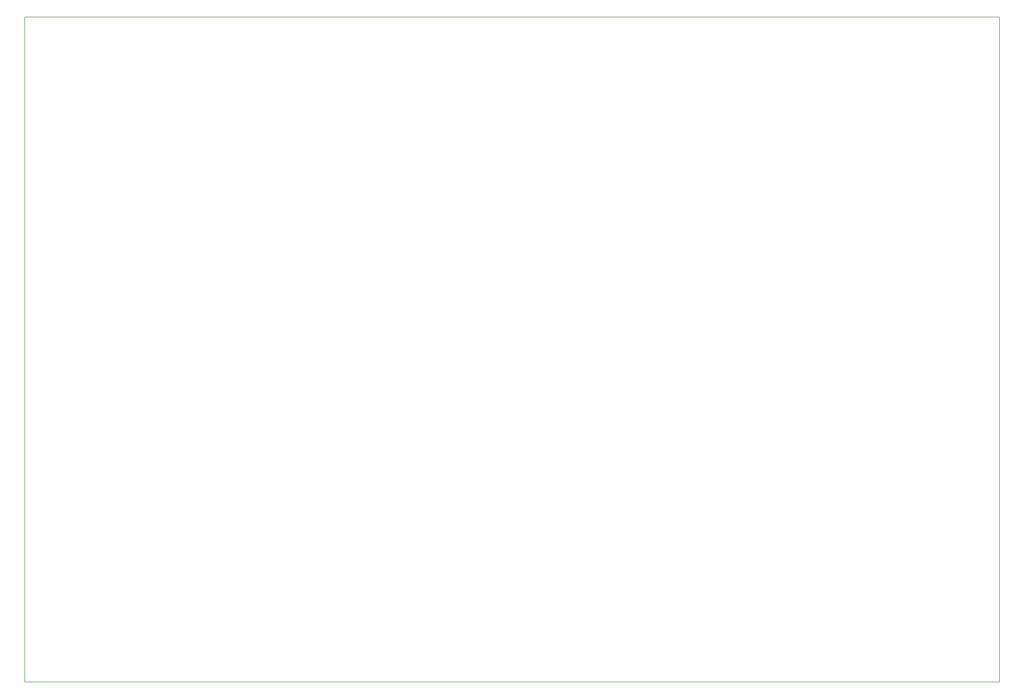
<source format=gm1>
G04 MADE WITH FRITZING*
G04 WWW.FRITZING.ORG*
G04 DOUBLE SIDED*
G04 HOLES PLATED*
G04 CONTOUR ON CENTER OF CONTOUR VECTOR*
%ASAXBY*%
%FSLAX23Y23*%
%MOIN*%
%OFA0B0*%
%SFA1.0B1.0*%
%ADD10R,13.007900X8.881900*%
%ADD11C,0.008000*%
%ADD10C,0.008*%
%LNCONTOUR*%
G90*
G70*
G54D10*
G54D11*
X4Y8878D02*
X13004Y8878D01*
X13004Y4D01*
X4Y4D01*
X4Y8878D01*
D02*
G04 End of contour*
M02*
</source>
